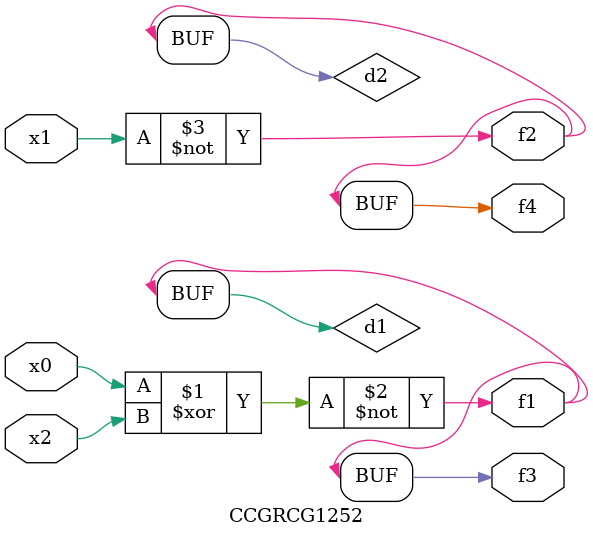
<source format=v>
module CCGRCG1252(
	input x0, x1, x2,
	output f1, f2, f3, f4
);

	wire d1, d2, d3;

	xnor (d1, x0, x2);
	nand (d2, x1);
	nor (d3, x1, x2);
	assign f1 = d1;
	assign f2 = d2;
	assign f3 = d1;
	assign f4 = d2;
endmodule

</source>
